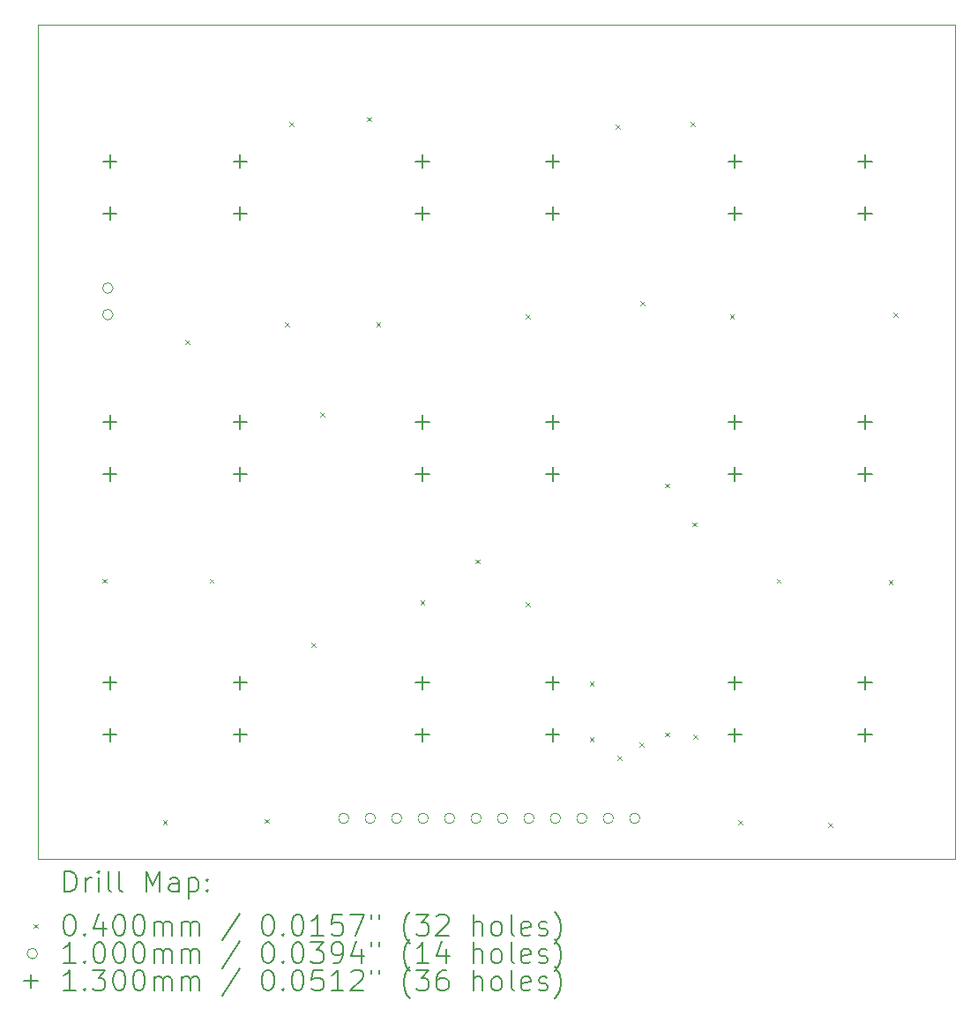
<source format=gbr>
%TF.GenerationSoftware,KiCad,Pcbnew,7.0.10*%
%TF.CreationDate,2025-01-18T09:13:39-08:00*%
%TF.ProjectId,buttonBoard,62757474-6f6e-4426-9f61-72642e6b6963,rev?*%
%TF.SameCoordinates,Original*%
%TF.FileFunction,Drillmap*%
%TF.FilePolarity,Positive*%
%FSLAX45Y45*%
G04 Gerber Fmt 4.5, Leading zero omitted, Abs format (unit mm)*
G04 Created by KiCad (PCBNEW 7.0.10) date 2025-01-18 09:13:39*
%MOMM*%
%LPD*%
G01*
G04 APERTURE LIST*
%ADD10C,0.100000*%
%ADD11C,0.200000*%
%ADD12C,0.130000*%
G04 APERTURE END LIST*
D10*
X11600000Y-4000000D02*
X20400000Y-4000000D01*
X20400000Y-12000000D01*
X11600000Y-12000000D01*
X11600000Y-4000000D01*
D11*
D10*
X12220000Y-9315000D02*
X12260000Y-9355000D01*
X12260000Y-9315000D02*
X12220000Y-9355000D01*
X12798000Y-11630000D02*
X12838000Y-11670000D01*
X12838000Y-11630000D02*
X12798000Y-11670000D01*
X13011000Y-7024000D02*
X13051000Y-7064000D01*
X13051000Y-7024000D02*
X13011000Y-7064000D01*
X13247000Y-9315000D02*
X13287000Y-9355000D01*
X13287000Y-9315000D02*
X13247000Y-9355000D01*
X13778000Y-11618000D02*
X13818000Y-11658000D01*
X13818000Y-11618000D02*
X13778000Y-11658000D01*
X13969000Y-6854000D02*
X14009000Y-6894000D01*
X14009000Y-6854000D02*
X13969000Y-6894000D01*
X14015000Y-4934000D02*
X14055000Y-4974000D01*
X14055000Y-4934000D02*
X14015000Y-4974000D01*
X14227000Y-9929000D02*
X14267000Y-9969000D01*
X14267000Y-9929000D02*
X14227000Y-9969000D01*
X14310000Y-7721000D02*
X14350000Y-7761000D01*
X14350000Y-7721000D02*
X14310000Y-7761000D01*
X14759000Y-4887000D02*
X14799000Y-4927000D01*
X14799000Y-4887000D02*
X14759000Y-4927000D01*
X14846000Y-6852000D02*
X14886000Y-6892000D01*
X14886000Y-6852000D02*
X14846000Y-6892000D01*
X15271000Y-9524000D02*
X15311000Y-9564000D01*
X15311000Y-9524000D02*
X15271000Y-9564000D01*
X15798000Y-9127000D02*
X15838000Y-9167000D01*
X15838000Y-9127000D02*
X15798000Y-9167000D01*
X16282000Y-6776000D02*
X16322000Y-6816000D01*
X16322000Y-6776000D02*
X16282000Y-6816000D01*
X16282000Y-9540000D02*
X16322000Y-9580000D01*
X16322000Y-9540000D02*
X16282000Y-9580000D01*
X16896000Y-10299000D02*
X16936000Y-10339000D01*
X16936000Y-10299000D02*
X16896000Y-10339000D01*
X16896000Y-10834000D02*
X16936000Y-10874000D01*
X16936000Y-10834000D02*
X16896000Y-10874000D01*
X17144000Y-4958000D02*
X17184000Y-4998000D01*
X17184000Y-4958000D02*
X17144000Y-4998000D01*
X17164000Y-11010000D02*
X17204000Y-11050000D01*
X17204000Y-11010000D02*
X17164000Y-11050000D01*
X17375000Y-10883000D02*
X17415000Y-10923000D01*
X17415000Y-10883000D02*
X17375000Y-10923000D01*
X17384000Y-6654000D02*
X17424000Y-6694000D01*
X17424000Y-6654000D02*
X17384000Y-6694000D01*
X17618000Y-8400000D02*
X17658000Y-8440000D01*
X17658000Y-8400000D02*
X17618000Y-8440000D01*
X17618000Y-10788000D02*
X17658000Y-10828000D01*
X17658000Y-10788000D02*
X17618000Y-10828000D01*
X17864000Y-4934000D02*
X17904000Y-4974000D01*
X17904000Y-4934000D02*
X17864000Y-4974000D01*
X17884000Y-8773000D02*
X17924000Y-8813000D01*
X17924000Y-8773000D02*
X17884000Y-8813000D01*
X17888000Y-10809000D02*
X17928000Y-10849000D01*
X17928000Y-10809000D02*
X17888000Y-10849000D01*
X18242000Y-6776000D02*
X18282000Y-6816000D01*
X18282000Y-6776000D02*
X18242000Y-6816000D01*
X18325000Y-11630000D02*
X18365000Y-11670000D01*
X18365000Y-11630000D02*
X18325000Y-11670000D01*
X18691000Y-9315000D02*
X18731000Y-9355000D01*
X18731000Y-9315000D02*
X18691000Y-9355000D01*
X19187000Y-11653000D02*
X19227000Y-11693000D01*
X19227000Y-11653000D02*
X19187000Y-11693000D01*
X19766000Y-9327000D02*
X19806000Y-9367000D01*
X19806000Y-9327000D02*
X19766000Y-9367000D01*
X19813000Y-6764000D02*
X19853000Y-6804000D01*
X19853000Y-6764000D02*
X19813000Y-6804000D01*
X12320000Y-6527000D02*
G75*
G03*
X12220000Y-6527000I-50000J0D01*
G01*
X12220000Y-6527000D02*
G75*
G03*
X12320000Y-6527000I50000J0D01*
G01*
X12320000Y-6781000D02*
G75*
G03*
X12220000Y-6781000I-50000J0D01*
G01*
X12220000Y-6781000D02*
G75*
G03*
X12320000Y-6781000I50000J0D01*
G01*
X14584500Y-11611500D02*
G75*
G03*
X14484500Y-11611500I-50000J0D01*
G01*
X14484500Y-11611500D02*
G75*
G03*
X14584500Y-11611500I50000J0D01*
G01*
X14838500Y-11611500D02*
G75*
G03*
X14738500Y-11611500I-50000J0D01*
G01*
X14738500Y-11611500D02*
G75*
G03*
X14838500Y-11611500I50000J0D01*
G01*
X15092500Y-11611500D02*
G75*
G03*
X14992500Y-11611500I-50000J0D01*
G01*
X14992500Y-11611500D02*
G75*
G03*
X15092500Y-11611500I50000J0D01*
G01*
X15346500Y-11611500D02*
G75*
G03*
X15246500Y-11611500I-50000J0D01*
G01*
X15246500Y-11611500D02*
G75*
G03*
X15346500Y-11611500I50000J0D01*
G01*
X15600500Y-11611500D02*
G75*
G03*
X15500500Y-11611500I-50000J0D01*
G01*
X15500500Y-11611500D02*
G75*
G03*
X15600500Y-11611500I50000J0D01*
G01*
X15854500Y-11611500D02*
G75*
G03*
X15754500Y-11611500I-50000J0D01*
G01*
X15754500Y-11611500D02*
G75*
G03*
X15854500Y-11611500I50000J0D01*
G01*
X16108500Y-11611500D02*
G75*
G03*
X16008500Y-11611500I-50000J0D01*
G01*
X16008500Y-11611500D02*
G75*
G03*
X16108500Y-11611500I50000J0D01*
G01*
X16362500Y-11611500D02*
G75*
G03*
X16262500Y-11611500I-50000J0D01*
G01*
X16262500Y-11611500D02*
G75*
G03*
X16362500Y-11611500I50000J0D01*
G01*
X16616500Y-11611500D02*
G75*
G03*
X16516500Y-11611500I-50000J0D01*
G01*
X16516500Y-11611500D02*
G75*
G03*
X16616500Y-11611500I50000J0D01*
G01*
X16870500Y-11611500D02*
G75*
G03*
X16770500Y-11611500I-50000J0D01*
G01*
X16770500Y-11611500D02*
G75*
G03*
X16870500Y-11611500I50000J0D01*
G01*
X17124500Y-11611500D02*
G75*
G03*
X17024500Y-11611500I-50000J0D01*
G01*
X17024500Y-11611500D02*
G75*
G03*
X17124500Y-11611500I50000J0D01*
G01*
X17378500Y-11611500D02*
G75*
G03*
X17278500Y-11611500I-50000J0D01*
G01*
X17278500Y-11611500D02*
G75*
G03*
X17378500Y-11611500I50000J0D01*
G01*
D12*
X12290000Y-5245000D02*
X12290000Y-5375000D01*
X12225000Y-5310000D02*
X12355000Y-5310000D01*
X12290000Y-5745000D02*
X12290000Y-5875000D01*
X12225000Y-5810000D02*
X12355000Y-5810000D01*
X12290000Y-7745000D02*
X12290000Y-7875000D01*
X12225000Y-7810000D02*
X12355000Y-7810000D01*
X12290000Y-8245000D02*
X12290000Y-8375000D01*
X12225000Y-8310000D02*
X12355000Y-8310000D01*
X12290000Y-10245000D02*
X12290000Y-10375000D01*
X12225000Y-10310000D02*
X12355000Y-10310000D01*
X12290000Y-10745000D02*
X12290000Y-10875000D01*
X12225000Y-10810000D02*
X12355000Y-10810000D01*
X13540000Y-5245000D02*
X13540000Y-5375000D01*
X13475000Y-5310000D02*
X13605000Y-5310000D01*
X13540000Y-5745000D02*
X13540000Y-5875000D01*
X13475000Y-5810000D02*
X13605000Y-5810000D01*
X13540000Y-7745000D02*
X13540000Y-7875000D01*
X13475000Y-7810000D02*
X13605000Y-7810000D01*
X13540000Y-8245000D02*
X13540000Y-8375000D01*
X13475000Y-8310000D02*
X13605000Y-8310000D01*
X13540000Y-10245000D02*
X13540000Y-10375000D01*
X13475000Y-10310000D02*
X13605000Y-10310000D01*
X13540000Y-10745000D02*
X13540000Y-10875000D01*
X13475000Y-10810000D02*
X13605000Y-10810000D01*
X15290000Y-5245000D02*
X15290000Y-5375000D01*
X15225000Y-5310000D02*
X15355000Y-5310000D01*
X15290000Y-5745000D02*
X15290000Y-5875000D01*
X15225000Y-5810000D02*
X15355000Y-5810000D01*
X15290000Y-7745000D02*
X15290000Y-7875000D01*
X15225000Y-7810000D02*
X15355000Y-7810000D01*
X15290000Y-8245000D02*
X15290000Y-8375000D01*
X15225000Y-8310000D02*
X15355000Y-8310000D01*
X15290000Y-10245000D02*
X15290000Y-10375000D01*
X15225000Y-10310000D02*
X15355000Y-10310000D01*
X15290000Y-10745000D02*
X15290000Y-10875000D01*
X15225000Y-10810000D02*
X15355000Y-10810000D01*
X16540000Y-5245000D02*
X16540000Y-5375000D01*
X16475000Y-5310000D02*
X16605000Y-5310000D01*
X16540000Y-5745000D02*
X16540000Y-5875000D01*
X16475000Y-5810000D02*
X16605000Y-5810000D01*
X16540000Y-7745000D02*
X16540000Y-7875000D01*
X16475000Y-7810000D02*
X16605000Y-7810000D01*
X16540000Y-8245000D02*
X16540000Y-8375000D01*
X16475000Y-8310000D02*
X16605000Y-8310000D01*
X16540000Y-10245000D02*
X16540000Y-10375000D01*
X16475000Y-10310000D02*
X16605000Y-10310000D01*
X16540000Y-10745000D02*
X16540000Y-10875000D01*
X16475000Y-10810000D02*
X16605000Y-10810000D01*
X18290000Y-5245000D02*
X18290000Y-5375000D01*
X18225000Y-5310000D02*
X18355000Y-5310000D01*
X18290000Y-5745000D02*
X18290000Y-5875000D01*
X18225000Y-5810000D02*
X18355000Y-5810000D01*
X18290000Y-7745000D02*
X18290000Y-7875000D01*
X18225000Y-7810000D02*
X18355000Y-7810000D01*
X18290000Y-8245000D02*
X18290000Y-8375000D01*
X18225000Y-8310000D02*
X18355000Y-8310000D01*
X18290000Y-10245000D02*
X18290000Y-10375000D01*
X18225000Y-10310000D02*
X18355000Y-10310000D01*
X18290000Y-10745000D02*
X18290000Y-10875000D01*
X18225000Y-10810000D02*
X18355000Y-10810000D01*
X19540000Y-5245000D02*
X19540000Y-5375000D01*
X19475000Y-5310000D02*
X19605000Y-5310000D01*
X19540000Y-5745000D02*
X19540000Y-5875000D01*
X19475000Y-5810000D02*
X19605000Y-5810000D01*
X19540000Y-7745000D02*
X19540000Y-7875000D01*
X19475000Y-7810000D02*
X19605000Y-7810000D01*
X19540000Y-8245000D02*
X19540000Y-8375000D01*
X19475000Y-8310000D02*
X19605000Y-8310000D01*
X19540000Y-10245000D02*
X19540000Y-10375000D01*
X19475000Y-10310000D02*
X19605000Y-10310000D01*
X19540000Y-10745000D02*
X19540000Y-10875000D01*
X19475000Y-10810000D02*
X19605000Y-10810000D01*
D11*
X11855777Y-12316484D02*
X11855777Y-12116484D01*
X11855777Y-12116484D02*
X11903396Y-12116484D01*
X11903396Y-12116484D02*
X11931967Y-12126008D01*
X11931967Y-12126008D02*
X11951015Y-12145055D01*
X11951015Y-12145055D02*
X11960539Y-12164103D01*
X11960539Y-12164103D02*
X11970062Y-12202198D01*
X11970062Y-12202198D02*
X11970062Y-12230769D01*
X11970062Y-12230769D02*
X11960539Y-12268865D01*
X11960539Y-12268865D02*
X11951015Y-12287912D01*
X11951015Y-12287912D02*
X11931967Y-12306960D01*
X11931967Y-12306960D02*
X11903396Y-12316484D01*
X11903396Y-12316484D02*
X11855777Y-12316484D01*
X12055777Y-12316484D02*
X12055777Y-12183150D01*
X12055777Y-12221246D02*
X12065301Y-12202198D01*
X12065301Y-12202198D02*
X12074824Y-12192674D01*
X12074824Y-12192674D02*
X12093872Y-12183150D01*
X12093872Y-12183150D02*
X12112920Y-12183150D01*
X12179586Y-12316484D02*
X12179586Y-12183150D01*
X12179586Y-12116484D02*
X12170062Y-12126008D01*
X12170062Y-12126008D02*
X12179586Y-12135531D01*
X12179586Y-12135531D02*
X12189110Y-12126008D01*
X12189110Y-12126008D02*
X12179586Y-12116484D01*
X12179586Y-12116484D02*
X12179586Y-12135531D01*
X12303396Y-12316484D02*
X12284348Y-12306960D01*
X12284348Y-12306960D02*
X12274824Y-12287912D01*
X12274824Y-12287912D02*
X12274824Y-12116484D01*
X12408158Y-12316484D02*
X12389110Y-12306960D01*
X12389110Y-12306960D02*
X12379586Y-12287912D01*
X12379586Y-12287912D02*
X12379586Y-12116484D01*
X12636729Y-12316484D02*
X12636729Y-12116484D01*
X12636729Y-12116484D02*
X12703396Y-12259341D01*
X12703396Y-12259341D02*
X12770062Y-12116484D01*
X12770062Y-12116484D02*
X12770062Y-12316484D01*
X12951015Y-12316484D02*
X12951015Y-12211722D01*
X12951015Y-12211722D02*
X12941491Y-12192674D01*
X12941491Y-12192674D02*
X12922443Y-12183150D01*
X12922443Y-12183150D02*
X12884348Y-12183150D01*
X12884348Y-12183150D02*
X12865301Y-12192674D01*
X12951015Y-12306960D02*
X12931967Y-12316484D01*
X12931967Y-12316484D02*
X12884348Y-12316484D01*
X12884348Y-12316484D02*
X12865301Y-12306960D01*
X12865301Y-12306960D02*
X12855777Y-12287912D01*
X12855777Y-12287912D02*
X12855777Y-12268865D01*
X12855777Y-12268865D02*
X12865301Y-12249817D01*
X12865301Y-12249817D02*
X12884348Y-12240293D01*
X12884348Y-12240293D02*
X12931967Y-12240293D01*
X12931967Y-12240293D02*
X12951015Y-12230769D01*
X13046253Y-12183150D02*
X13046253Y-12383150D01*
X13046253Y-12192674D02*
X13065301Y-12183150D01*
X13065301Y-12183150D02*
X13103396Y-12183150D01*
X13103396Y-12183150D02*
X13122443Y-12192674D01*
X13122443Y-12192674D02*
X13131967Y-12202198D01*
X13131967Y-12202198D02*
X13141491Y-12221246D01*
X13141491Y-12221246D02*
X13141491Y-12278388D01*
X13141491Y-12278388D02*
X13131967Y-12297436D01*
X13131967Y-12297436D02*
X13122443Y-12306960D01*
X13122443Y-12306960D02*
X13103396Y-12316484D01*
X13103396Y-12316484D02*
X13065301Y-12316484D01*
X13065301Y-12316484D02*
X13046253Y-12306960D01*
X13227205Y-12297436D02*
X13236729Y-12306960D01*
X13236729Y-12306960D02*
X13227205Y-12316484D01*
X13227205Y-12316484D02*
X13217682Y-12306960D01*
X13217682Y-12306960D02*
X13227205Y-12297436D01*
X13227205Y-12297436D02*
X13227205Y-12316484D01*
X13227205Y-12192674D02*
X13236729Y-12202198D01*
X13236729Y-12202198D02*
X13227205Y-12211722D01*
X13227205Y-12211722D02*
X13217682Y-12202198D01*
X13217682Y-12202198D02*
X13227205Y-12192674D01*
X13227205Y-12192674D02*
X13227205Y-12211722D01*
D10*
X11555000Y-12625000D02*
X11595000Y-12665000D01*
X11595000Y-12625000D02*
X11555000Y-12665000D01*
D11*
X11893872Y-12536484D02*
X11912920Y-12536484D01*
X11912920Y-12536484D02*
X11931967Y-12546008D01*
X11931967Y-12546008D02*
X11941491Y-12555531D01*
X11941491Y-12555531D02*
X11951015Y-12574579D01*
X11951015Y-12574579D02*
X11960539Y-12612674D01*
X11960539Y-12612674D02*
X11960539Y-12660293D01*
X11960539Y-12660293D02*
X11951015Y-12698388D01*
X11951015Y-12698388D02*
X11941491Y-12717436D01*
X11941491Y-12717436D02*
X11931967Y-12726960D01*
X11931967Y-12726960D02*
X11912920Y-12736484D01*
X11912920Y-12736484D02*
X11893872Y-12736484D01*
X11893872Y-12736484D02*
X11874824Y-12726960D01*
X11874824Y-12726960D02*
X11865301Y-12717436D01*
X11865301Y-12717436D02*
X11855777Y-12698388D01*
X11855777Y-12698388D02*
X11846253Y-12660293D01*
X11846253Y-12660293D02*
X11846253Y-12612674D01*
X11846253Y-12612674D02*
X11855777Y-12574579D01*
X11855777Y-12574579D02*
X11865301Y-12555531D01*
X11865301Y-12555531D02*
X11874824Y-12546008D01*
X11874824Y-12546008D02*
X11893872Y-12536484D01*
X12046253Y-12717436D02*
X12055777Y-12726960D01*
X12055777Y-12726960D02*
X12046253Y-12736484D01*
X12046253Y-12736484D02*
X12036729Y-12726960D01*
X12036729Y-12726960D02*
X12046253Y-12717436D01*
X12046253Y-12717436D02*
X12046253Y-12736484D01*
X12227205Y-12603150D02*
X12227205Y-12736484D01*
X12179586Y-12526960D02*
X12131967Y-12669817D01*
X12131967Y-12669817D02*
X12255777Y-12669817D01*
X12370062Y-12536484D02*
X12389110Y-12536484D01*
X12389110Y-12536484D02*
X12408158Y-12546008D01*
X12408158Y-12546008D02*
X12417682Y-12555531D01*
X12417682Y-12555531D02*
X12427205Y-12574579D01*
X12427205Y-12574579D02*
X12436729Y-12612674D01*
X12436729Y-12612674D02*
X12436729Y-12660293D01*
X12436729Y-12660293D02*
X12427205Y-12698388D01*
X12427205Y-12698388D02*
X12417682Y-12717436D01*
X12417682Y-12717436D02*
X12408158Y-12726960D01*
X12408158Y-12726960D02*
X12389110Y-12736484D01*
X12389110Y-12736484D02*
X12370062Y-12736484D01*
X12370062Y-12736484D02*
X12351015Y-12726960D01*
X12351015Y-12726960D02*
X12341491Y-12717436D01*
X12341491Y-12717436D02*
X12331967Y-12698388D01*
X12331967Y-12698388D02*
X12322443Y-12660293D01*
X12322443Y-12660293D02*
X12322443Y-12612674D01*
X12322443Y-12612674D02*
X12331967Y-12574579D01*
X12331967Y-12574579D02*
X12341491Y-12555531D01*
X12341491Y-12555531D02*
X12351015Y-12546008D01*
X12351015Y-12546008D02*
X12370062Y-12536484D01*
X12560539Y-12536484D02*
X12579586Y-12536484D01*
X12579586Y-12536484D02*
X12598634Y-12546008D01*
X12598634Y-12546008D02*
X12608158Y-12555531D01*
X12608158Y-12555531D02*
X12617682Y-12574579D01*
X12617682Y-12574579D02*
X12627205Y-12612674D01*
X12627205Y-12612674D02*
X12627205Y-12660293D01*
X12627205Y-12660293D02*
X12617682Y-12698388D01*
X12617682Y-12698388D02*
X12608158Y-12717436D01*
X12608158Y-12717436D02*
X12598634Y-12726960D01*
X12598634Y-12726960D02*
X12579586Y-12736484D01*
X12579586Y-12736484D02*
X12560539Y-12736484D01*
X12560539Y-12736484D02*
X12541491Y-12726960D01*
X12541491Y-12726960D02*
X12531967Y-12717436D01*
X12531967Y-12717436D02*
X12522443Y-12698388D01*
X12522443Y-12698388D02*
X12512920Y-12660293D01*
X12512920Y-12660293D02*
X12512920Y-12612674D01*
X12512920Y-12612674D02*
X12522443Y-12574579D01*
X12522443Y-12574579D02*
X12531967Y-12555531D01*
X12531967Y-12555531D02*
X12541491Y-12546008D01*
X12541491Y-12546008D02*
X12560539Y-12536484D01*
X12712920Y-12736484D02*
X12712920Y-12603150D01*
X12712920Y-12622198D02*
X12722443Y-12612674D01*
X12722443Y-12612674D02*
X12741491Y-12603150D01*
X12741491Y-12603150D02*
X12770063Y-12603150D01*
X12770063Y-12603150D02*
X12789110Y-12612674D01*
X12789110Y-12612674D02*
X12798634Y-12631722D01*
X12798634Y-12631722D02*
X12798634Y-12736484D01*
X12798634Y-12631722D02*
X12808158Y-12612674D01*
X12808158Y-12612674D02*
X12827205Y-12603150D01*
X12827205Y-12603150D02*
X12855777Y-12603150D01*
X12855777Y-12603150D02*
X12874824Y-12612674D01*
X12874824Y-12612674D02*
X12884348Y-12631722D01*
X12884348Y-12631722D02*
X12884348Y-12736484D01*
X12979586Y-12736484D02*
X12979586Y-12603150D01*
X12979586Y-12622198D02*
X12989110Y-12612674D01*
X12989110Y-12612674D02*
X13008158Y-12603150D01*
X13008158Y-12603150D02*
X13036729Y-12603150D01*
X13036729Y-12603150D02*
X13055777Y-12612674D01*
X13055777Y-12612674D02*
X13065301Y-12631722D01*
X13065301Y-12631722D02*
X13065301Y-12736484D01*
X13065301Y-12631722D02*
X13074824Y-12612674D01*
X13074824Y-12612674D02*
X13093872Y-12603150D01*
X13093872Y-12603150D02*
X13122443Y-12603150D01*
X13122443Y-12603150D02*
X13141491Y-12612674D01*
X13141491Y-12612674D02*
X13151015Y-12631722D01*
X13151015Y-12631722D02*
X13151015Y-12736484D01*
X13541491Y-12526960D02*
X13370063Y-12784103D01*
X13798634Y-12536484D02*
X13817682Y-12536484D01*
X13817682Y-12536484D02*
X13836729Y-12546008D01*
X13836729Y-12546008D02*
X13846253Y-12555531D01*
X13846253Y-12555531D02*
X13855777Y-12574579D01*
X13855777Y-12574579D02*
X13865301Y-12612674D01*
X13865301Y-12612674D02*
X13865301Y-12660293D01*
X13865301Y-12660293D02*
X13855777Y-12698388D01*
X13855777Y-12698388D02*
X13846253Y-12717436D01*
X13846253Y-12717436D02*
X13836729Y-12726960D01*
X13836729Y-12726960D02*
X13817682Y-12736484D01*
X13817682Y-12736484D02*
X13798634Y-12736484D01*
X13798634Y-12736484D02*
X13779586Y-12726960D01*
X13779586Y-12726960D02*
X13770063Y-12717436D01*
X13770063Y-12717436D02*
X13760539Y-12698388D01*
X13760539Y-12698388D02*
X13751015Y-12660293D01*
X13751015Y-12660293D02*
X13751015Y-12612674D01*
X13751015Y-12612674D02*
X13760539Y-12574579D01*
X13760539Y-12574579D02*
X13770063Y-12555531D01*
X13770063Y-12555531D02*
X13779586Y-12546008D01*
X13779586Y-12546008D02*
X13798634Y-12536484D01*
X13951015Y-12717436D02*
X13960539Y-12726960D01*
X13960539Y-12726960D02*
X13951015Y-12736484D01*
X13951015Y-12736484D02*
X13941491Y-12726960D01*
X13941491Y-12726960D02*
X13951015Y-12717436D01*
X13951015Y-12717436D02*
X13951015Y-12736484D01*
X14084348Y-12536484D02*
X14103396Y-12536484D01*
X14103396Y-12536484D02*
X14122444Y-12546008D01*
X14122444Y-12546008D02*
X14131967Y-12555531D01*
X14131967Y-12555531D02*
X14141491Y-12574579D01*
X14141491Y-12574579D02*
X14151015Y-12612674D01*
X14151015Y-12612674D02*
X14151015Y-12660293D01*
X14151015Y-12660293D02*
X14141491Y-12698388D01*
X14141491Y-12698388D02*
X14131967Y-12717436D01*
X14131967Y-12717436D02*
X14122444Y-12726960D01*
X14122444Y-12726960D02*
X14103396Y-12736484D01*
X14103396Y-12736484D02*
X14084348Y-12736484D01*
X14084348Y-12736484D02*
X14065301Y-12726960D01*
X14065301Y-12726960D02*
X14055777Y-12717436D01*
X14055777Y-12717436D02*
X14046253Y-12698388D01*
X14046253Y-12698388D02*
X14036729Y-12660293D01*
X14036729Y-12660293D02*
X14036729Y-12612674D01*
X14036729Y-12612674D02*
X14046253Y-12574579D01*
X14046253Y-12574579D02*
X14055777Y-12555531D01*
X14055777Y-12555531D02*
X14065301Y-12546008D01*
X14065301Y-12546008D02*
X14084348Y-12536484D01*
X14341491Y-12736484D02*
X14227206Y-12736484D01*
X14284348Y-12736484D02*
X14284348Y-12536484D01*
X14284348Y-12536484D02*
X14265301Y-12565055D01*
X14265301Y-12565055D02*
X14246253Y-12584103D01*
X14246253Y-12584103D02*
X14227206Y-12593627D01*
X14522444Y-12536484D02*
X14427206Y-12536484D01*
X14427206Y-12536484D02*
X14417682Y-12631722D01*
X14417682Y-12631722D02*
X14427206Y-12622198D01*
X14427206Y-12622198D02*
X14446253Y-12612674D01*
X14446253Y-12612674D02*
X14493872Y-12612674D01*
X14493872Y-12612674D02*
X14512920Y-12622198D01*
X14512920Y-12622198D02*
X14522444Y-12631722D01*
X14522444Y-12631722D02*
X14531967Y-12650769D01*
X14531967Y-12650769D02*
X14531967Y-12698388D01*
X14531967Y-12698388D02*
X14522444Y-12717436D01*
X14522444Y-12717436D02*
X14512920Y-12726960D01*
X14512920Y-12726960D02*
X14493872Y-12736484D01*
X14493872Y-12736484D02*
X14446253Y-12736484D01*
X14446253Y-12736484D02*
X14427206Y-12726960D01*
X14427206Y-12726960D02*
X14417682Y-12717436D01*
X14598634Y-12536484D02*
X14731967Y-12536484D01*
X14731967Y-12536484D02*
X14646253Y-12736484D01*
X14798634Y-12536484D02*
X14798634Y-12574579D01*
X14874825Y-12536484D02*
X14874825Y-12574579D01*
X15170063Y-12812674D02*
X15160539Y-12803150D01*
X15160539Y-12803150D02*
X15141491Y-12774579D01*
X15141491Y-12774579D02*
X15131968Y-12755531D01*
X15131968Y-12755531D02*
X15122444Y-12726960D01*
X15122444Y-12726960D02*
X15112920Y-12679341D01*
X15112920Y-12679341D02*
X15112920Y-12641246D01*
X15112920Y-12641246D02*
X15122444Y-12593627D01*
X15122444Y-12593627D02*
X15131968Y-12565055D01*
X15131968Y-12565055D02*
X15141491Y-12546008D01*
X15141491Y-12546008D02*
X15160539Y-12517436D01*
X15160539Y-12517436D02*
X15170063Y-12507912D01*
X15227206Y-12536484D02*
X15351015Y-12536484D01*
X15351015Y-12536484D02*
X15284348Y-12612674D01*
X15284348Y-12612674D02*
X15312920Y-12612674D01*
X15312920Y-12612674D02*
X15331968Y-12622198D01*
X15331968Y-12622198D02*
X15341491Y-12631722D01*
X15341491Y-12631722D02*
X15351015Y-12650769D01*
X15351015Y-12650769D02*
X15351015Y-12698388D01*
X15351015Y-12698388D02*
X15341491Y-12717436D01*
X15341491Y-12717436D02*
X15331968Y-12726960D01*
X15331968Y-12726960D02*
X15312920Y-12736484D01*
X15312920Y-12736484D02*
X15255777Y-12736484D01*
X15255777Y-12736484D02*
X15236729Y-12726960D01*
X15236729Y-12726960D02*
X15227206Y-12717436D01*
X15427206Y-12555531D02*
X15436729Y-12546008D01*
X15436729Y-12546008D02*
X15455777Y-12536484D01*
X15455777Y-12536484D02*
X15503396Y-12536484D01*
X15503396Y-12536484D02*
X15522444Y-12546008D01*
X15522444Y-12546008D02*
X15531968Y-12555531D01*
X15531968Y-12555531D02*
X15541491Y-12574579D01*
X15541491Y-12574579D02*
X15541491Y-12593627D01*
X15541491Y-12593627D02*
X15531968Y-12622198D01*
X15531968Y-12622198D02*
X15417682Y-12736484D01*
X15417682Y-12736484D02*
X15541491Y-12736484D01*
X15779587Y-12736484D02*
X15779587Y-12536484D01*
X15865301Y-12736484D02*
X15865301Y-12631722D01*
X15865301Y-12631722D02*
X15855777Y-12612674D01*
X15855777Y-12612674D02*
X15836730Y-12603150D01*
X15836730Y-12603150D02*
X15808158Y-12603150D01*
X15808158Y-12603150D02*
X15789110Y-12612674D01*
X15789110Y-12612674D02*
X15779587Y-12622198D01*
X15989110Y-12736484D02*
X15970063Y-12726960D01*
X15970063Y-12726960D02*
X15960539Y-12717436D01*
X15960539Y-12717436D02*
X15951015Y-12698388D01*
X15951015Y-12698388D02*
X15951015Y-12641246D01*
X15951015Y-12641246D02*
X15960539Y-12622198D01*
X15960539Y-12622198D02*
X15970063Y-12612674D01*
X15970063Y-12612674D02*
X15989110Y-12603150D01*
X15989110Y-12603150D02*
X16017682Y-12603150D01*
X16017682Y-12603150D02*
X16036730Y-12612674D01*
X16036730Y-12612674D02*
X16046253Y-12622198D01*
X16046253Y-12622198D02*
X16055777Y-12641246D01*
X16055777Y-12641246D02*
X16055777Y-12698388D01*
X16055777Y-12698388D02*
X16046253Y-12717436D01*
X16046253Y-12717436D02*
X16036730Y-12726960D01*
X16036730Y-12726960D02*
X16017682Y-12736484D01*
X16017682Y-12736484D02*
X15989110Y-12736484D01*
X16170063Y-12736484D02*
X16151015Y-12726960D01*
X16151015Y-12726960D02*
X16141491Y-12707912D01*
X16141491Y-12707912D02*
X16141491Y-12536484D01*
X16322444Y-12726960D02*
X16303396Y-12736484D01*
X16303396Y-12736484D02*
X16265301Y-12736484D01*
X16265301Y-12736484D02*
X16246253Y-12726960D01*
X16246253Y-12726960D02*
X16236730Y-12707912D01*
X16236730Y-12707912D02*
X16236730Y-12631722D01*
X16236730Y-12631722D02*
X16246253Y-12612674D01*
X16246253Y-12612674D02*
X16265301Y-12603150D01*
X16265301Y-12603150D02*
X16303396Y-12603150D01*
X16303396Y-12603150D02*
X16322444Y-12612674D01*
X16322444Y-12612674D02*
X16331968Y-12631722D01*
X16331968Y-12631722D02*
X16331968Y-12650769D01*
X16331968Y-12650769D02*
X16236730Y-12669817D01*
X16408158Y-12726960D02*
X16427206Y-12736484D01*
X16427206Y-12736484D02*
X16465301Y-12736484D01*
X16465301Y-12736484D02*
X16484349Y-12726960D01*
X16484349Y-12726960D02*
X16493872Y-12707912D01*
X16493872Y-12707912D02*
X16493872Y-12698388D01*
X16493872Y-12698388D02*
X16484349Y-12679341D01*
X16484349Y-12679341D02*
X16465301Y-12669817D01*
X16465301Y-12669817D02*
X16436730Y-12669817D01*
X16436730Y-12669817D02*
X16417682Y-12660293D01*
X16417682Y-12660293D02*
X16408158Y-12641246D01*
X16408158Y-12641246D02*
X16408158Y-12631722D01*
X16408158Y-12631722D02*
X16417682Y-12612674D01*
X16417682Y-12612674D02*
X16436730Y-12603150D01*
X16436730Y-12603150D02*
X16465301Y-12603150D01*
X16465301Y-12603150D02*
X16484349Y-12612674D01*
X16560539Y-12812674D02*
X16570063Y-12803150D01*
X16570063Y-12803150D02*
X16589111Y-12774579D01*
X16589111Y-12774579D02*
X16598634Y-12755531D01*
X16598634Y-12755531D02*
X16608158Y-12726960D01*
X16608158Y-12726960D02*
X16617682Y-12679341D01*
X16617682Y-12679341D02*
X16617682Y-12641246D01*
X16617682Y-12641246D02*
X16608158Y-12593627D01*
X16608158Y-12593627D02*
X16598634Y-12565055D01*
X16598634Y-12565055D02*
X16589111Y-12546008D01*
X16589111Y-12546008D02*
X16570063Y-12517436D01*
X16570063Y-12517436D02*
X16560539Y-12507912D01*
D10*
X11595000Y-12909000D02*
G75*
G03*
X11495000Y-12909000I-50000J0D01*
G01*
X11495000Y-12909000D02*
G75*
G03*
X11595000Y-12909000I50000J0D01*
G01*
D11*
X11960539Y-13000484D02*
X11846253Y-13000484D01*
X11903396Y-13000484D02*
X11903396Y-12800484D01*
X11903396Y-12800484D02*
X11884348Y-12829055D01*
X11884348Y-12829055D02*
X11865301Y-12848103D01*
X11865301Y-12848103D02*
X11846253Y-12857627D01*
X12046253Y-12981436D02*
X12055777Y-12990960D01*
X12055777Y-12990960D02*
X12046253Y-13000484D01*
X12046253Y-13000484D02*
X12036729Y-12990960D01*
X12036729Y-12990960D02*
X12046253Y-12981436D01*
X12046253Y-12981436D02*
X12046253Y-13000484D01*
X12179586Y-12800484D02*
X12198634Y-12800484D01*
X12198634Y-12800484D02*
X12217682Y-12810008D01*
X12217682Y-12810008D02*
X12227205Y-12819531D01*
X12227205Y-12819531D02*
X12236729Y-12838579D01*
X12236729Y-12838579D02*
X12246253Y-12876674D01*
X12246253Y-12876674D02*
X12246253Y-12924293D01*
X12246253Y-12924293D02*
X12236729Y-12962388D01*
X12236729Y-12962388D02*
X12227205Y-12981436D01*
X12227205Y-12981436D02*
X12217682Y-12990960D01*
X12217682Y-12990960D02*
X12198634Y-13000484D01*
X12198634Y-13000484D02*
X12179586Y-13000484D01*
X12179586Y-13000484D02*
X12160539Y-12990960D01*
X12160539Y-12990960D02*
X12151015Y-12981436D01*
X12151015Y-12981436D02*
X12141491Y-12962388D01*
X12141491Y-12962388D02*
X12131967Y-12924293D01*
X12131967Y-12924293D02*
X12131967Y-12876674D01*
X12131967Y-12876674D02*
X12141491Y-12838579D01*
X12141491Y-12838579D02*
X12151015Y-12819531D01*
X12151015Y-12819531D02*
X12160539Y-12810008D01*
X12160539Y-12810008D02*
X12179586Y-12800484D01*
X12370062Y-12800484D02*
X12389110Y-12800484D01*
X12389110Y-12800484D02*
X12408158Y-12810008D01*
X12408158Y-12810008D02*
X12417682Y-12819531D01*
X12417682Y-12819531D02*
X12427205Y-12838579D01*
X12427205Y-12838579D02*
X12436729Y-12876674D01*
X12436729Y-12876674D02*
X12436729Y-12924293D01*
X12436729Y-12924293D02*
X12427205Y-12962388D01*
X12427205Y-12962388D02*
X12417682Y-12981436D01*
X12417682Y-12981436D02*
X12408158Y-12990960D01*
X12408158Y-12990960D02*
X12389110Y-13000484D01*
X12389110Y-13000484D02*
X12370062Y-13000484D01*
X12370062Y-13000484D02*
X12351015Y-12990960D01*
X12351015Y-12990960D02*
X12341491Y-12981436D01*
X12341491Y-12981436D02*
X12331967Y-12962388D01*
X12331967Y-12962388D02*
X12322443Y-12924293D01*
X12322443Y-12924293D02*
X12322443Y-12876674D01*
X12322443Y-12876674D02*
X12331967Y-12838579D01*
X12331967Y-12838579D02*
X12341491Y-12819531D01*
X12341491Y-12819531D02*
X12351015Y-12810008D01*
X12351015Y-12810008D02*
X12370062Y-12800484D01*
X12560539Y-12800484D02*
X12579586Y-12800484D01*
X12579586Y-12800484D02*
X12598634Y-12810008D01*
X12598634Y-12810008D02*
X12608158Y-12819531D01*
X12608158Y-12819531D02*
X12617682Y-12838579D01*
X12617682Y-12838579D02*
X12627205Y-12876674D01*
X12627205Y-12876674D02*
X12627205Y-12924293D01*
X12627205Y-12924293D02*
X12617682Y-12962388D01*
X12617682Y-12962388D02*
X12608158Y-12981436D01*
X12608158Y-12981436D02*
X12598634Y-12990960D01*
X12598634Y-12990960D02*
X12579586Y-13000484D01*
X12579586Y-13000484D02*
X12560539Y-13000484D01*
X12560539Y-13000484D02*
X12541491Y-12990960D01*
X12541491Y-12990960D02*
X12531967Y-12981436D01*
X12531967Y-12981436D02*
X12522443Y-12962388D01*
X12522443Y-12962388D02*
X12512920Y-12924293D01*
X12512920Y-12924293D02*
X12512920Y-12876674D01*
X12512920Y-12876674D02*
X12522443Y-12838579D01*
X12522443Y-12838579D02*
X12531967Y-12819531D01*
X12531967Y-12819531D02*
X12541491Y-12810008D01*
X12541491Y-12810008D02*
X12560539Y-12800484D01*
X12712920Y-13000484D02*
X12712920Y-12867150D01*
X12712920Y-12886198D02*
X12722443Y-12876674D01*
X12722443Y-12876674D02*
X12741491Y-12867150D01*
X12741491Y-12867150D02*
X12770063Y-12867150D01*
X12770063Y-12867150D02*
X12789110Y-12876674D01*
X12789110Y-12876674D02*
X12798634Y-12895722D01*
X12798634Y-12895722D02*
X12798634Y-13000484D01*
X12798634Y-12895722D02*
X12808158Y-12876674D01*
X12808158Y-12876674D02*
X12827205Y-12867150D01*
X12827205Y-12867150D02*
X12855777Y-12867150D01*
X12855777Y-12867150D02*
X12874824Y-12876674D01*
X12874824Y-12876674D02*
X12884348Y-12895722D01*
X12884348Y-12895722D02*
X12884348Y-13000484D01*
X12979586Y-13000484D02*
X12979586Y-12867150D01*
X12979586Y-12886198D02*
X12989110Y-12876674D01*
X12989110Y-12876674D02*
X13008158Y-12867150D01*
X13008158Y-12867150D02*
X13036729Y-12867150D01*
X13036729Y-12867150D02*
X13055777Y-12876674D01*
X13055777Y-12876674D02*
X13065301Y-12895722D01*
X13065301Y-12895722D02*
X13065301Y-13000484D01*
X13065301Y-12895722D02*
X13074824Y-12876674D01*
X13074824Y-12876674D02*
X13093872Y-12867150D01*
X13093872Y-12867150D02*
X13122443Y-12867150D01*
X13122443Y-12867150D02*
X13141491Y-12876674D01*
X13141491Y-12876674D02*
X13151015Y-12895722D01*
X13151015Y-12895722D02*
X13151015Y-13000484D01*
X13541491Y-12790960D02*
X13370063Y-13048103D01*
X13798634Y-12800484D02*
X13817682Y-12800484D01*
X13817682Y-12800484D02*
X13836729Y-12810008D01*
X13836729Y-12810008D02*
X13846253Y-12819531D01*
X13846253Y-12819531D02*
X13855777Y-12838579D01*
X13855777Y-12838579D02*
X13865301Y-12876674D01*
X13865301Y-12876674D02*
X13865301Y-12924293D01*
X13865301Y-12924293D02*
X13855777Y-12962388D01*
X13855777Y-12962388D02*
X13846253Y-12981436D01*
X13846253Y-12981436D02*
X13836729Y-12990960D01*
X13836729Y-12990960D02*
X13817682Y-13000484D01*
X13817682Y-13000484D02*
X13798634Y-13000484D01*
X13798634Y-13000484D02*
X13779586Y-12990960D01*
X13779586Y-12990960D02*
X13770063Y-12981436D01*
X13770063Y-12981436D02*
X13760539Y-12962388D01*
X13760539Y-12962388D02*
X13751015Y-12924293D01*
X13751015Y-12924293D02*
X13751015Y-12876674D01*
X13751015Y-12876674D02*
X13760539Y-12838579D01*
X13760539Y-12838579D02*
X13770063Y-12819531D01*
X13770063Y-12819531D02*
X13779586Y-12810008D01*
X13779586Y-12810008D02*
X13798634Y-12800484D01*
X13951015Y-12981436D02*
X13960539Y-12990960D01*
X13960539Y-12990960D02*
X13951015Y-13000484D01*
X13951015Y-13000484D02*
X13941491Y-12990960D01*
X13941491Y-12990960D02*
X13951015Y-12981436D01*
X13951015Y-12981436D02*
X13951015Y-13000484D01*
X14084348Y-12800484D02*
X14103396Y-12800484D01*
X14103396Y-12800484D02*
X14122444Y-12810008D01*
X14122444Y-12810008D02*
X14131967Y-12819531D01*
X14131967Y-12819531D02*
X14141491Y-12838579D01*
X14141491Y-12838579D02*
X14151015Y-12876674D01*
X14151015Y-12876674D02*
X14151015Y-12924293D01*
X14151015Y-12924293D02*
X14141491Y-12962388D01*
X14141491Y-12962388D02*
X14131967Y-12981436D01*
X14131967Y-12981436D02*
X14122444Y-12990960D01*
X14122444Y-12990960D02*
X14103396Y-13000484D01*
X14103396Y-13000484D02*
X14084348Y-13000484D01*
X14084348Y-13000484D02*
X14065301Y-12990960D01*
X14065301Y-12990960D02*
X14055777Y-12981436D01*
X14055777Y-12981436D02*
X14046253Y-12962388D01*
X14046253Y-12962388D02*
X14036729Y-12924293D01*
X14036729Y-12924293D02*
X14036729Y-12876674D01*
X14036729Y-12876674D02*
X14046253Y-12838579D01*
X14046253Y-12838579D02*
X14055777Y-12819531D01*
X14055777Y-12819531D02*
X14065301Y-12810008D01*
X14065301Y-12810008D02*
X14084348Y-12800484D01*
X14217682Y-12800484D02*
X14341491Y-12800484D01*
X14341491Y-12800484D02*
X14274825Y-12876674D01*
X14274825Y-12876674D02*
X14303396Y-12876674D01*
X14303396Y-12876674D02*
X14322444Y-12886198D01*
X14322444Y-12886198D02*
X14331967Y-12895722D01*
X14331967Y-12895722D02*
X14341491Y-12914769D01*
X14341491Y-12914769D02*
X14341491Y-12962388D01*
X14341491Y-12962388D02*
X14331967Y-12981436D01*
X14331967Y-12981436D02*
X14322444Y-12990960D01*
X14322444Y-12990960D02*
X14303396Y-13000484D01*
X14303396Y-13000484D02*
X14246253Y-13000484D01*
X14246253Y-13000484D02*
X14227206Y-12990960D01*
X14227206Y-12990960D02*
X14217682Y-12981436D01*
X14436729Y-13000484D02*
X14474825Y-13000484D01*
X14474825Y-13000484D02*
X14493872Y-12990960D01*
X14493872Y-12990960D02*
X14503396Y-12981436D01*
X14503396Y-12981436D02*
X14522444Y-12952865D01*
X14522444Y-12952865D02*
X14531967Y-12914769D01*
X14531967Y-12914769D02*
X14531967Y-12838579D01*
X14531967Y-12838579D02*
X14522444Y-12819531D01*
X14522444Y-12819531D02*
X14512920Y-12810008D01*
X14512920Y-12810008D02*
X14493872Y-12800484D01*
X14493872Y-12800484D02*
X14455777Y-12800484D01*
X14455777Y-12800484D02*
X14436729Y-12810008D01*
X14436729Y-12810008D02*
X14427206Y-12819531D01*
X14427206Y-12819531D02*
X14417682Y-12838579D01*
X14417682Y-12838579D02*
X14417682Y-12886198D01*
X14417682Y-12886198D02*
X14427206Y-12905246D01*
X14427206Y-12905246D02*
X14436729Y-12914769D01*
X14436729Y-12914769D02*
X14455777Y-12924293D01*
X14455777Y-12924293D02*
X14493872Y-12924293D01*
X14493872Y-12924293D02*
X14512920Y-12914769D01*
X14512920Y-12914769D02*
X14522444Y-12905246D01*
X14522444Y-12905246D02*
X14531967Y-12886198D01*
X14703396Y-12867150D02*
X14703396Y-13000484D01*
X14655777Y-12790960D02*
X14608158Y-12933817D01*
X14608158Y-12933817D02*
X14731967Y-12933817D01*
X14798634Y-12800484D02*
X14798634Y-12838579D01*
X14874825Y-12800484D02*
X14874825Y-12838579D01*
X15170063Y-13076674D02*
X15160539Y-13067150D01*
X15160539Y-13067150D02*
X15141491Y-13038579D01*
X15141491Y-13038579D02*
X15131968Y-13019531D01*
X15131968Y-13019531D02*
X15122444Y-12990960D01*
X15122444Y-12990960D02*
X15112920Y-12943341D01*
X15112920Y-12943341D02*
X15112920Y-12905246D01*
X15112920Y-12905246D02*
X15122444Y-12857627D01*
X15122444Y-12857627D02*
X15131968Y-12829055D01*
X15131968Y-12829055D02*
X15141491Y-12810008D01*
X15141491Y-12810008D02*
X15160539Y-12781436D01*
X15160539Y-12781436D02*
X15170063Y-12771912D01*
X15351015Y-13000484D02*
X15236729Y-13000484D01*
X15293872Y-13000484D02*
X15293872Y-12800484D01*
X15293872Y-12800484D02*
X15274825Y-12829055D01*
X15274825Y-12829055D02*
X15255777Y-12848103D01*
X15255777Y-12848103D02*
X15236729Y-12857627D01*
X15522444Y-12867150D02*
X15522444Y-13000484D01*
X15474825Y-12790960D02*
X15427206Y-12933817D01*
X15427206Y-12933817D02*
X15551015Y-12933817D01*
X15779587Y-13000484D02*
X15779587Y-12800484D01*
X15865301Y-13000484D02*
X15865301Y-12895722D01*
X15865301Y-12895722D02*
X15855777Y-12876674D01*
X15855777Y-12876674D02*
X15836730Y-12867150D01*
X15836730Y-12867150D02*
X15808158Y-12867150D01*
X15808158Y-12867150D02*
X15789110Y-12876674D01*
X15789110Y-12876674D02*
X15779587Y-12886198D01*
X15989110Y-13000484D02*
X15970063Y-12990960D01*
X15970063Y-12990960D02*
X15960539Y-12981436D01*
X15960539Y-12981436D02*
X15951015Y-12962388D01*
X15951015Y-12962388D02*
X15951015Y-12905246D01*
X15951015Y-12905246D02*
X15960539Y-12886198D01*
X15960539Y-12886198D02*
X15970063Y-12876674D01*
X15970063Y-12876674D02*
X15989110Y-12867150D01*
X15989110Y-12867150D02*
X16017682Y-12867150D01*
X16017682Y-12867150D02*
X16036730Y-12876674D01*
X16036730Y-12876674D02*
X16046253Y-12886198D01*
X16046253Y-12886198D02*
X16055777Y-12905246D01*
X16055777Y-12905246D02*
X16055777Y-12962388D01*
X16055777Y-12962388D02*
X16046253Y-12981436D01*
X16046253Y-12981436D02*
X16036730Y-12990960D01*
X16036730Y-12990960D02*
X16017682Y-13000484D01*
X16017682Y-13000484D02*
X15989110Y-13000484D01*
X16170063Y-13000484D02*
X16151015Y-12990960D01*
X16151015Y-12990960D02*
X16141491Y-12971912D01*
X16141491Y-12971912D02*
X16141491Y-12800484D01*
X16322444Y-12990960D02*
X16303396Y-13000484D01*
X16303396Y-13000484D02*
X16265301Y-13000484D01*
X16265301Y-13000484D02*
X16246253Y-12990960D01*
X16246253Y-12990960D02*
X16236730Y-12971912D01*
X16236730Y-12971912D02*
X16236730Y-12895722D01*
X16236730Y-12895722D02*
X16246253Y-12876674D01*
X16246253Y-12876674D02*
X16265301Y-12867150D01*
X16265301Y-12867150D02*
X16303396Y-12867150D01*
X16303396Y-12867150D02*
X16322444Y-12876674D01*
X16322444Y-12876674D02*
X16331968Y-12895722D01*
X16331968Y-12895722D02*
X16331968Y-12914769D01*
X16331968Y-12914769D02*
X16236730Y-12933817D01*
X16408158Y-12990960D02*
X16427206Y-13000484D01*
X16427206Y-13000484D02*
X16465301Y-13000484D01*
X16465301Y-13000484D02*
X16484349Y-12990960D01*
X16484349Y-12990960D02*
X16493872Y-12971912D01*
X16493872Y-12971912D02*
X16493872Y-12962388D01*
X16493872Y-12962388D02*
X16484349Y-12943341D01*
X16484349Y-12943341D02*
X16465301Y-12933817D01*
X16465301Y-12933817D02*
X16436730Y-12933817D01*
X16436730Y-12933817D02*
X16417682Y-12924293D01*
X16417682Y-12924293D02*
X16408158Y-12905246D01*
X16408158Y-12905246D02*
X16408158Y-12895722D01*
X16408158Y-12895722D02*
X16417682Y-12876674D01*
X16417682Y-12876674D02*
X16436730Y-12867150D01*
X16436730Y-12867150D02*
X16465301Y-12867150D01*
X16465301Y-12867150D02*
X16484349Y-12876674D01*
X16560539Y-13076674D02*
X16570063Y-13067150D01*
X16570063Y-13067150D02*
X16589111Y-13038579D01*
X16589111Y-13038579D02*
X16598634Y-13019531D01*
X16598634Y-13019531D02*
X16608158Y-12990960D01*
X16608158Y-12990960D02*
X16617682Y-12943341D01*
X16617682Y-12943341D02*
X16617682Y-12905246D01*
X16617682Y-12905246D02*
X16608158Y-12857627D01*
X16608158Y-12857627D02*
X16598634Y-12829055D01*
X16598634Y-12829055D02*
X16589111Y-12810008D01*
X16589111Y-12810008D02*
X16570063Y-12781436D01*
X16570063Y-12781436D02*
X16560539Y-12771912D01*
D12*
X11530000Y-13108000D02*
X11530000Y-13238000D01*
X11465000Y-13173000D02*
X11595000Y-13173000D01*
D11*
X11960539Y-13264484D02*
X11846253Y-13264484D01*
X11903396Y-13264484D02*
X11903396Y-13064484D01*
X11903396Y-13064484D02*
X11884348Y-13093055D01*
X11884348Y-13093055D02*
X11865301Y-13112103D01*
X11865301Y-13112103D02*
X11846253Y-13121627D01*
X12046253Y-13245436D02*
X12055777Y-13254960D01*
X12055777Y-13254960D02*
X12046253Y-13264484D01*
X12046253Y-13264484D02*
X12036729Y-13254960D01*
X12036729Y-13254960D02*
X12046253Y-13245436D01*
X12046253Y-13245436D02*
X12046253Y-13264484D01*
X12122443Y-13064484D02*
X12246253Y-13064484D01*
X12246253Y-13064484D02*
X12179586Y-13140674D01*
X12179586Y-13140674D02*
X12208158Y-13140674D01*
X12208158Y-13140674D02*
X12227205Y-13150198D01*
X12227205Y-13150198D02*
X12236729Y-13159722D01*
X12236729Y-13159722D02*
X12246253Y-13178769D01*
X12246253Y-13178769D02*
X12246253Y-13226388D01*
X12246253Y-13226388D02*
X12236729Y-13245436D01*
X12236729Y-13245436D02*
X12227205Y-13254960D01*
X12227205Y-13254960D02*
X12208158Y-13264484D01*
X12208158Y-13264484D02*
X12151015Y-13264484D01*
X12151015Y-13264484D02*
X12131967Y-13254960D01*
X12131967Y-13254960D02*
X12122443Y-13245436D01*
X12370062Y-13064484D02*
X12389110Y-13064484D01*
X12389110Y-13064484D02*
X12408158Y-13074008D01*
X12408158Y-13074008D02*
X12417682Y-13083531D01*
X12417682Y-13083531D02*
X12427205Y-13102579D01*
X12427205Y-13102579D02*
X12436729Y-13140674D01*
X12436729Y-13140674D02*
X12436729Y-13188293D01*
X12436729Y-13188293D02*
X12427205Y-13226388D01*
X12427205Y-13226388D02*
X12417682Y-13245436D01*
X12417682Y-13245436D02*
X12408158Y-13254960D01*
X12408158Y-13254960D02*
X12389110Y-13264484D01*
X12389110Y-13264484D02*
X12370062Y-13264484D01*
X12370062Y-13264484D02*
X12351015Y-13254960D01*
X12351015Y-13254960D02*
X12341491Y-13245436D01*
X12341491Y-13245436D02*
X12331967Y-13226388D01*
X12331967Y-13226388D02*
X12322443Y-13188293D01*
X12322443Y-13188293D02*
X12322443Y-13140674D01*
X12322443Y-13140674D02*
X12331967Y-13102579D01*
X12331967Y-13102579D02*
X12341491Y-13083531D01*
X12341491Y-13083531D02*
X12351015Y-13074008D01*
X12351015Y-13074008D02*
X12370062Y-13064484D01*
X12560539Y-13064484D02*
X12579586Y-13064484D01*
X12579586Y-13064484D02*
X12598634Y-13074008D01*
X12598634Y-13074008D02*
X12608158Y-13083531D01*
X12608158Y-13083531D02*
X12617682Y-13102579D01*
X12617682Y-13102579D02*
X12627205Y-13140674D01*
X12627205Y-13140674D02*
X12627205Y-13188293D01*
X12627205Y-13188293D02*
X12617682Y-13226388D01*
X12617682Y-13226388D02*
X12608158Y-13245436D01*
X12608158Y-13245436D02*
X12598634Y-13254960D01*
X12598634Y-13254960D02*
X12579586Y-13264484D01*
X12579586Y-13264484D02*
X12560539Y-13264484D01*
X12560539Y-13264484D02*
X12541491Y-13254960D01*
X12541491Y-13254960D02*
X12531967Y-13245436D01*
X12531967Y-13245436D02*
X12522443Y-13226388D01*
X12522443Y-13226388D02*
X12512920Y-13188293D01*
X12512920Y-13188293D02*
X12512920Y-13140674D01*
X12512920Y-13140674D02*
X12522443Y-13102579D01*
X12522443Y-13102579D02*
X12531967Y-13083531D01*
X12531967Y-13083531D02*
X12541491Y-13074008D01*
X12541491Y-13074008D02*
X12560539Y-13064484D01*
X12712920Y-13264484D02*
X12712920Y-13131150D01*
X12712920Y-13150198D02*
X12722443Y-13140674D01*
X12722443Y-13140674D02*
X12741491Y-13131150D01*
X12741491Y-13131150D02*
X12770063Y-13131150D01*
X12770063Y-13131150D02*
X12789110Y-13140674D01*
X12789110Y-13140674D02*
X12798634Y-13159722D01*
X12798634Y-13159722D02*
X12798634Y-13264484D01*
X12798634Y-13159722D02*
X12808158Y-13140674D01*
X12808158Y-13140674D02*
X12827205Y-13131150D01*
X12827205Y-13131150D02*
X12855777Y-13131150D01*
X12855777Y-13131150D02*
X12874824Y-13140674D01*
X12874824Y-13140674D02*
X12884348Y-13159722D01*
X12884348Y-13159722D02*
X12884348Y-13264484D01*
X12979586Y-13264484D02*
X12979586Y-13131150D01*
X12979586Y-13150198D02*
X12989110Y-13140674D01*
X12989110Y-13140674D02*
X13008158Y-13131150D01*
X13008158Y-13131150D02*
X13036729Y-13131150D01*
X13036729Y-13131150D02*
X13055777Y-13140674D01*
X13055777Y-13140674D02*
X13065301Y-13159722D01*
X13065301Y-13159722D02*
X13065301Y-13264484D01*
X13065301Y-13159722D02*
X13074824Y-13140674D01*
X13074824Y-13140674D02*
X13093872Y-13131150D01*
X13093872Y-13131150D02*
X13122443Y-13131150D01*
X13122443Y-13131150D02*
X13141491Y-13140674D01*
X13141491Y-13140674D02*
X13151015Y-13159722D01*
X13151015Y-13159722D02*
X13151015Y-13264484D01*
X13541491Y-13054960D02*
X13370063Y-13312103D01*
X13798634Y-13064484D02*
X13817682Y-13064484D01*
X13817682Y-13064484D02*
X13836729Y-13074008D01*
X13836729Y-13074008D02*
X13846253Y-13083531D01*
X13846253Y-13083531D02*
X13855777Y-13102579D01*
X13855777Y-13102579D02*
X13865301Y-13140674D01*
X13865301Y-13140674D02*
X13865301Y-13188293D01*
X13865301Y-13188293D02*
X13855777Y-13226388D01*
X13855777Y-13226388D02*
X13846253Y-13245436D01*
X13846253Y-13245436D02*
X13836729Y-13254960D01*
X13836729Y-13254960D02*
X13817682Y-13264484D01*
X13817682Y-13264484D02*
X13798634Y-13264484D01*
X13798634Y-13264484D02*
X13779586Y-13254960D01*
X13779586Y-13254960D02*
X13770063Y-13245436D01*
X13770063Y-13245436D02*
X13760539Y-13226388D01*
X13760539Y-13226388D02*
X13751015Y-13188293D01*
X13751015Y-13188293D02*
X13751015Y-13140674D01*
X13751015Y-13140674D02*
X13760539Y-13102579D01*
X13760539Y-13102579D02*
X13770063Y-13083531D01*
X13770063Y-13083531D02*
X13779586Y-13074008D01*
X13779586Y-13074008D02*
X13798634Y-13064484D01*
X13951015Y-13245436D02*
X13960539Y-13254960D01*
X13960539Y-13254960D02*
X13951015Y-13264484D01*
X13951015Y-13264484D02*
X13941491Y-13254960D01*
X13941491Y-13254960D02*
X13951015Y-13245436D01*
X13951015Y-13245436D02*
X13951015Y-13264484D01*
X14084348Y-13064484D02*
X14103396Y-13064484D01*
X14103396Y-13064484D02*
X14122444Y-13074008D01*
X14122444Y-13074008D02*
X14131967Y-13083531D01*
X14131967Y-13083531D02*
X14141491Y-13102579D01*
X14141491Y-13102579D02*
X14151015Y-13140674D01*
X14151015Y-13140674D02*
X14151015Y-13188293D01*
X14151015Y-13188293D02*
X14141491Y-13226388D01*
X14141491Y-13226388D02*
X14131967Y-13245436D01*
X14131967Y-13245436D02*
X14122444Y-13254960D01*
X14122444Y-13254960D02*
X14103396Y-13264484D01*
X14103396Y-13264484D02*
X14084348Y-13264484D01*
X14084348Y-13264484D02*
X14065301Y-13254960D01*
X14065301Y-13254960D02*
X14055777Y-13245436D01*
X14055777Y-13245436D02*
X14046253Y-13226388D01*
X14046253Y-13226388D02*
X14036729Y-13188293D01*
X14036729Y-13188293D02*
X14036729Y-13140674D01*
X14036729Y-13140674D02*
X14046253Y-13102579D01*
X14046253Y-13102579D02*
X14055777Y-13083531D01*
X14055777Y-13083531D02*
X14065301Y-13074008D01*
X14065301Y-13074008D02*
X14084348Y-13064484D01*
X14331967Y-13064484D02*
X14236729Y-13064484D01*
X14236729Y-13064484D02*
X14227206Y-13159722D01*
X14227206Y-13159722D02*
X14236729Y-13150198D01*
X14236729Y-13150198D02*
X14255777Y-13140674D01*
X14255777Y-13140674D02*
X14303396Y-13140674D01*
X14303396Y-13140674D02*
X14322444Y-13150198D01*
X14322444Y-13150198D02*
X14331967Y-13159722D01*
X14331967Y-13159722D02*
X14341491Y-13178769D01*
X14341491Y-13178769D02*
X14341491Y-13226388D01*
X14341491Y-13226388D02*
X14331967Y-13245436D01*
X14331967Y-13245436D02*
X14322444Y-13254960D01*
X14322444Y-13254960D02*
X14303396Y-13264484D01*
X14303396Y-13264484D02*
X14255777Y-13264484D01*
X14255777Y-13264484D02*
X14236729Y-13254960D01*
X14236729Y-13254960D02*
X14227206Y-13245436D01*
X14531967Y-13264484D02*
X14417682Y-13264484D01*
X14474825Y-13264484D02*
X14474825Y-13064484D01*
X14474825Y-13064484D02*
X14455777Y-13093055D01*
X14455777Y-13093055D02*
X14436729Y-13112103D01*
X14436729Y-13112103D02*
X14417682Y-13121627D01*
X14608158Y-13083531D02*
X14617682Y-13074008D01*
X14617682Y-13074008D02*
X14636729Y-13064484D01*
X14636729Y-13064484D02*
X14684348Y-13064484D01*
X14684348Y-13064484D02*
X14703396Y-13074008D01*
X14703396Y-13074008D02*
X14712920Y-13083531D01*
X14712920Y-13083531D02*
X14722444Y-13102579D01*
X14722444Y-13102579D02*
X14722444Y-13121627D01*
X14722444Y-13121627D02*
X14712920Y-13150198D01*
X14712920Y-13150198D02*
X14598634Y-13264484D01*
X14598634Y-13264484D02*
X14722444Y-13264484D01*
X14798634Y-13064484D02*
X14798634Y-13102579D01*
X14874825Y-13064484D02*
X14874825Y-13102579D01*
X15170063Y-13340674D02*
X15160539Y-13331150D01*
X15160539Y-13331150D02*
X15141491Y-13302579D01*
X15141491Y-13302579D02*
X15131968Y-13283531D01*
X15131968Y-13283531D02*
X15122444Y-13254960D01*
X15122444Y-13254960D02*
X15112920Y-13207341D01*
X15112920Y-13207341D02*
X15112920Y-13169246D01*
X15112920Y-13169246D02*
X15122444Y-13121627D01*
X15122444Y-13121627D02*
X15131968Y-13093055D01*
X15131968Y-13093055D02*
X15141491Y-13074008D01*
X15141491Y-13074008D02*
X15160539Y-13045436D01*
X15160539Y-13045436D02*
X15170063Y-13035912D01*
X15227206Y-13064484D02*
X15351015Y-13064484D01*
X15351015Y-13064484D02*
X15284348Y-13140674D01*
X15284348Y-13140674D02*
X15312920Y-13140674D01*
X15312920Y-13140674D02*
X15331968Y-13150198D01*
X15331968Y-13150198D02*
X15341491Y-13159722D01*
X15341491Y-13159722D02*
X15351015Y-13178769D01*
X15351015Y-13178769D02*
X15351015Y-13226388D01*
X15351015Y-13226388D02*
X15341491Y-13245436D01*
X15341491Y-13245436D02*
X15331968Y-13254960D01*
X15331968Y-13254960D02*
X15312920Y-13264484D01*
X15312920Y-13264484D02*
X15255777Y-13264484D01*
X15255777Y-13264484D02*
X15236729Y-13254960D01*
X15236729Y-13254960D02*
X15227206Y-13245436D01*
X15522444Y-13064484D02*
X15484348Y-13064484D01*
X15484348Y-13064484D02*
X15465301Y-13074008D01*
X15465301Y-13074008D02*
X15455777Y-13083531D01*
X15455777Y-13083531D02*
X15436729Y-13112103D01*
X15436729Y-13112103D02*
X15427206Y-13150198D01*
X15427206Y-13150198D02*
X15427206Y-13226388D01*
X15427206Y-13226388D02*
X15436729Y-13245436D01*
X15436729Y-13245436D02*
X15446253Y-13254960D01*
X15446253Y-13254960D02*
X15465301Y-13264484D01*
X15465301Y-13264484D02*
X15503396Y-13264484D01*
X15503396Y-13264484D02*
X15522444Y-13254960D01*
X15522444Y-13254960D02*
X15531968Y-13245436D01*
X15531968Y-13245436D02*
X15541491Y-13226388D01*
X15541491Y-13226388D02*
X15541491Y-13178769D01*
X15541491Y-13178769D02*
X15531968Y-13159722D01*
X15531968Y-13159722D02*
X15522444Y-13150198D01*
X15522444Y-13150198D02*
X15503396Y-13140674D01*
X15503396Y-13140674D02*
X15465301Y-13140674D01*
X15465301Y-13140674D02*
X15446253Y-13150198D01*
X15446253Y-13150198D02*
X15436729Y-13159722D01*
X15436729Y-13159722D02*
X15427206Y-13178769D01*
X15779587Y-13264484D02*
X15779587Y-13064484D01*
X15865301Y-13264484D02*
X15865301Y-13159722D01*
X15865301Y-13159722D02*
X15855777Y-13140674D01*
X15855777Y-13140674D02*
X15836730Y-13131150D01*
X15836730Y-13131150D02*
X15808158Y-13131150D01*
X15808158Y-13131150D02*
X15789110Y-13140674D01*
X15789110Y-13140674D02*
X15779587Y-13150198D01*
X15989110Y-13264484D02*
X15970063Y-13254960D01*
X15970063Y-13254960D02*
X15960539Y-13245436D01*
X15960539Y-13245436D02*
X15951015Y-13226388D01*
X15951015Y-13226388D02*
X15951015Y-13169246D01*
X15951015Y-13169246D02*
X15960539Y-13150198D01*
X15960539Y-13150198D02*
X15970063Y-13140674D01*
X15970063Y-13140674D02*
X15989110Y-13131150D01*
X15989110Y-13131150D02*
X16017682Y-13131150D01*
X16017682Y-13131150D02*
X16036730Y-13140674D01*
X16036730Y-13140674D02*
X16046253Y-13150198D01*
X16046253Y-13150198D02*
X16055777Y-13169246D01*
X16055777Y-13169246D02*
X16055777Y-13226388D01*
X16055777Y-13226388D02*
X16046253Y-13245436D01*
X16046253Y-13245436D02*
X16036730Y-13254960D01*
X16036730Y-13254960D02*
X16017682Y-13264484D01*
X16017682Y-13264484D02*
X15989110Y-13264484D01*
X16170063Y-13264484D02*
X16151015Y-13254960D01*
X16151015Y-13254960D02*
X16141491Y-13235912D01*
X16141491Y-13235912D02*
X16141491Y-13064484D01*
X16322444Y-13254960D02*
X16303396Y-13264484D01*
X16303396Y-13264484D02*
X16265301Y-13264484D01*
X16265301Y-13264484D02*
X16246253Y-13254960D01*
X16246253Y-13254960D02*
X16236730Y-13235912D01*
X16236730Y-13235912D02*
X16236730Y-13159722D01*
X16236730Y-13159722D02*
X16246253Y-13140674D01*
X16246253Y-13140674D02*
X16265301Y-13131150D01*
X16265301Y-13131150D02*
X16303396Y-13131150D01*
X16303396Y-13131150D02*
X16322444Y-13140674D01*
X16322444Y-13140674D02*
X16331968Y-13159722D01*
X16331968Y-13159722D02*
X16331968Y-13178769D01*
X16331968Y-13178769D02*
X16236730Y-13197817D01*
X16408158Y-13254960D02*
X16427206Y-13264484D01*
X16427206Y-13264484D02*
X16465301Y-13264484D01*
X16465301Y-13264484D02*
X16484349Y-13254960D01*
X16484349Y-13254960D02*
X16493872Y-13235912D01*
X16493872Y-13235912D02*
X16493872Y-13226388D01*
X16493872Y-13226388D02*
X16484349Y-13207341D01*
X16484349Y-13207341D02*
X16465301Y-13197817D01*
X16465301Y-13197817D02*
X16436730Y-13197817D01*
X16436730Y-13197817D02*
X16417682Y-13188293D01*
X16417682Y-13188293D02*
X16408158Y-13169246D01*
X16408158Y-13169246D02*
X16408158Y-13159722D01*
X16408158Y-13159722D02*
X16417682Y-13140674D01*
X16417682Y-13140674D02*
X16436730Y-13131150D01*
X16436730Y-13131150D02*
X16465301Y-13131150D01*
X16465301Y-13131150D02*
X16484349Y-13140674D01*
X16560539Y-13340674D02*
X16570063Y-13331150D01*
X16570063Y-13331150D02*
X16589111Y-13302579D01*
X16589111Y-13302579D02*
X16598634Y-13283531D01*
X16598634Y-13283531D02*
X16608158Y-13254960D01*
X16608158Y-13254960D02*
X16617682Y-13207341D01*
X16617682Y-13207341D02*
X16617682Y-13169246D01*
X16617682Y-13169246D02*
X16608158Y-13121627D01*
X16608158Y-13121627D02*
X16598634Y-13093055D01*
X16598634Y-13093055D02*
X16589111Y-13074008D01*
X16589111Y-13074008D02*
X16570063Y-13045436D01*
X16570063Y-13045436D02*
X16560539Y-13035912D01*
M02*

</source>
